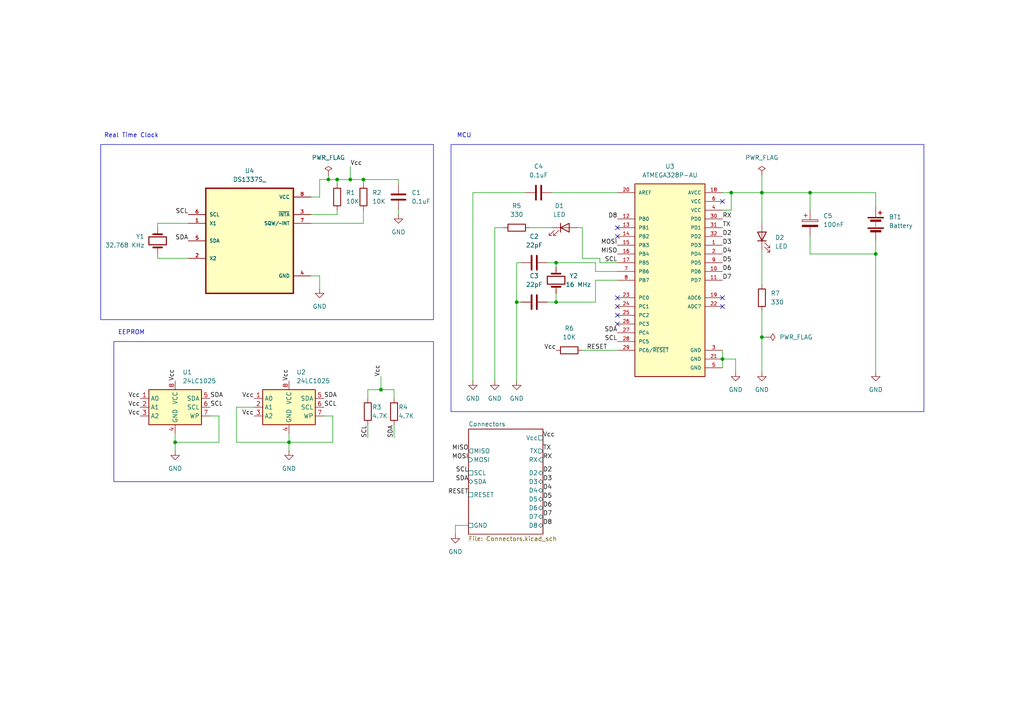
<source format=kicad_sch>
(kicad_sch (version 20250114) (generator "eeschema") (generator_version "9.0")
  (paper "A4")
  (title_block (title "MCU Datalogger with 512K EEPROM and Clock") (date "2025-07-04") (rev "1") (company "University of Notre Dame | Udemy") (comment 1 "Made by Andres Perez"))
  (lib_symbols
    (symbol "ATMEGA328P-AU:ATMEGA328P-AU" (pin_names (offset 1.016))
      (property "Reference" "U3" (at 0 33.02 0))
      (property "Value" "ATMEGA328P-AU" (at 0 30.48 0))
      (symbol "ATMEGA328P-AU_0_0"
        (rectangle (start -10.16 27.94) (end 10.16 -27.94) (stroke (width 0.254)) (fill (type background)))
        (pin input line (at -15.24 25.4 0) (length 5.08) (name "AREF") (number "20"))
        (pin bidirectional line (at -15.24 17.78 0) (length 5.08) (name "PB0") (number "12"))
        (pin bidirectional line (at -15.24 15.24 0) (length 5.08) (name "PB1") (number "13"))
        (pin bidirectional line (at -15.24 12.7 0) (length 5.08) (name "PB2") (number "14"))
        (pin bidirectional line (at -15.24 10.16 0) (length 5.08) (name "PB3") (number "15"))
        (pin bidirectional line (at -15.24 7.62 0) (length 5.08) (name "PB4") (number "16"))
        (pin bidirectional line (at -15.24 5.08 0) (length 5.08) (name "PB5") (number "17"))
        (pin bidirectional line (at -15.24 2.54 0) (length 5.08) (name "PB6") (number "7"))
        (pin bidirectional line (at -15.24 0 0) (length 5.08) (name "PB7") (number "8"))
        (pin bidirectional line (at -15.24 -5.08 0) (length 5.08) (name "PC0") (number "23"))
        (pin bidirectional line (at -15.24 -7.62 0) (length 5.08) (name "PC1") (number "24"))
        (pin bidirectional line (at -15.24 -10.16 0) (length 5.08) (name "PC2") (number "25"))
        (pin bidirectional line (at -15.24 -12.7 0) (length 5.08) (name "PC3") (number "26"))
        (pin bidirectional line (at -15.24 -15.24 0) (length 5.08) (name "PC4") (number "27"))
        (pin bidirectional line (at -15.24 -17.78 0) (length 5.08) (name "PC5") (number "28"))
        (pin bidirectional line (at -15.24 -20.32 0) (length 5.08) (name "PC6/~{RESET}") (number "29"))
        (pin power_in line (at 15.24 25.4 180) (length 5.08) (name "AVCC") (number "18"))
        (pin power_in line (at 15.24 22.86 180) (length 5.08) (name "VCC") (number "6"))
        (pin power_in line (at 15.24 20.32 180) (length 5.08) (name "VCC") (number "4"))
        (pin bidirectional line (at 15.24 17.78 180) (length 5.08) (name "PD0") (number "30"))
        (pin bidirectional line (at 15.24 15.24 180) (length 5.08) (name "PD1") (number "31"))
        (pin bidirectional line (at 15.24 12.7 180) (length 5.08) (name "PD2") (number "32"))
        (pin bidirectional line (at 15.24 10.16 180) (length 5.08) (name "PD3") (number "1"))
        (pin bidirectional line (at 15.24 7.62 180) (length 5.08) (name "PD4") (number "2"))
        (pin bidirectional line (at 15.24 5.08 180) (length 5.08) (name "PD5") (number "9"))
        (pin bidirectional line (at 15.24 2.54 180) (length 5.08) (name "PD6") (number "10"))
        (pin bidirectional line (at 15.24 0 180) (length 5.08) (name "PD7") (number "11"))
        (pin bidirectional line (at 15.24 -5.08 180) (length 5.08) (name "ADC6") (number "19"))
        (pin bidirectional line (at 15.24 -7.62 180) (length 5.08) (name "ADC7") (number "22"))
        (pin power_in line (at 15.24 -20.32 180) (length 5.08) (name "GND") (number "3"))
        (pin power_in line (at 15.24 -22.86 180) (length 5.08) (name "GND") (number "21"))
        (pin power_in line (at 15.24 -25.4 180) (length 5.08) (name "GND") (number "5"))
      )
    )
    (symbol "DS1337S_:DS1337S_" (pin_names (offset 1.016))
      (property "Reference" "U" (at -12.7 16.24 0))
      (property "Value" "DS1337S_" (at -12.7 -19.24 0))
      (symbol "DS1337S__0_0"
        (rectangle (start -12.7 -15.24) (end 12.7 15.24) (stroke (width 0.41)) (fill (type background)))
        (pin input line (at -17.78 7.62 0) (length 5.08) (name "SCL") (number "6"))
        (pin input line (at -17.78 5.08 0) (length 5.08) (name "X1") (number "1"))
        (pin bidirectional line (at -17.78 0 0) (length 5.08) (name "SDA") (number "5"))
        (pin bidirectional line (at -17.78 -5.08 0) (length 5.08) (name "X2") (number "2"))
        (pin power_in line (at 17.78 12.7 180) (length 5.08) (name "VCC") (number "8"))
        (pin output line (at 17.78 7.62 180) (length 5.08) (name "~{INTA}") (number "3"))
        (pin output line (at 17.78 5.08 180) (length 5.08) (name "SQW/~INT") (number "7"))
        (pin power_in line (at 17.78 -10.16 180) (length 5.08) (name "GND") (number "4"))
      )
    )
    (symbol "Device:Battery" (pin_numbers (hide yes)) (pin_names (offset 0) (hide yes))
      (property "Reference" "BT" (at 2.54 2.54 0))
      (property "Value" "Battery" (at 2.54 0 0))
      (symbol "Battery_0_1"
        (rectangle (start -2.286 1.778) (end 2.286 1.524) (fill (type outline)))
        (rectangle (start -2.286 -1.27) (end 2.286 -1.524) (fill (type outline)))
        (rectangle (start -1.524 1.016) (end 1.524 0.508) (fill (type outline)))
        (rectangle (start -1.524 -2.032) (end 1.524 -2.54) (fill (type outline)))
        (polyline (pts (xy 0 1.778) (xy 0 2.54)))
        (polyline (pts (xy 0 0) (xy 0 0.254)))
        (polyline (pts (xy 0 -0.508) (xy 0 -0.254)))
        (polyline (pts (xy 0 -1.016) (xy 0 -0.762)))
        (polyline (pts (xy 0.762 3.048) (xy 1.778 3.048)) (stroke (width 0.254)))
        (polyline (pts (xy 1.27 3.556) (xy 1.27 2.54)) (stroke (width 0.254)))
      )
      (symbol "Battery_1_1"
        (pin passive line (at 0 5.08 270) (length 2.54) (name "+") (number "1"))
        (pin passive line (at 0 -5.08 90) (length 2.54) (name "-") (number "2"))
      )
    )
    (symbol "Device:C" (pin_numbers (hide yes)) (pin_names (offset 0.254))
      (property "Reference" "C" (at 0.635 2.54 0))
      (property "Value" "C" (at 0.635 -2.54 0))
      (symbol "C_0_1"
        (polyline (pts (xy -2.032 0.762) (xy 2.032 0.762)) (stroke (width 0.508)))
        (polyline (pts (xy -2.032 -0.762) (xy 2.032 -0.762)) (stroke (width 0.508)))
      )
      (symbol "C_1_1"
        (pin passive line (at 0 3.81 270) (length 2.794) (name "~") (number "1"))
        (pin passive line (at 0 -3.81 90) (length 2.794) (name "~") (number "2"))
      )
    )
    (symbol "Device:C_Polarized" (pin_numbers (hide yes)) (pin_names (offset 0.254))
      (property "Reference" "C" (at 0.635 2.54 0))
      (property "Value" "C_Polarized" (at 0.635 -2.54 0))
      (symbol "C_Polarized_0_1"
        (rectangle (start -2.286 0.508) (end 2.286 1.016))
        (polyline (pts (xy -1.778 2.286) (xy -0.762 2.286)))
        (polyline (pts (xy -1.27 2.794) (xy -1.27 1.778)))
        (rectangle (start 2.286 -0.508) (end -2.286 -1.016) (fill (type outline)))
      )
      (symbol "C_Polarized_1_1"
        (pin passive line (at 0 3.81 270) (length 2.794) (name "~") (number "1"))
        (pin passive line (at 0 -3.81 90) (length 2.794) (name "~") (number "2"))
      )
    )
    (symbol "Device:Crystal" (pin_numbers (hide yes)) (pin_names (offset 1.016) (hide yes))
      (property "Reference" "Y" (at 0 3.81 0))
      (property "Value" "Crystal" (at 0 -3.81 0))
      (symbol "Crystal_0_1"
        (polyline (pts (xy -2.54 0) (xy -1.905 0)))
        (polyline (pts (xy -1.905 -1.27) (xy -1.905 1.27)) (stroke (width 0.508)))
        (rectangle (start -1.143 2.54) (end 1.143 -2.54) (stroke (width 0.3048)))
        (polyline (pts (xy 1.905 -1.27) (xy 1.905 1.27)) (stroke (width 0.508)))
        (polyline (pts (xy 2.54 0) (xy 1.905 0)))
      )
      (symbol "Crystal_1_1"
        (pin passive line (at -3.81 0 0) (length 1.27) (name "1") (number "1"))
        (pin passive line (at 3.81 0 180) (length 1.27) (name "2") (number "2"))
      )
    )
    (symbol "Device:LED" (pin_numbers (hide yes)) (pin_names (offset 1.016) (hide yes))
      (property "Reference" "D" (at 0 2.54 0))
      (property "Value" "LED" (at 0 -2.54 0))
      (symbol "LED_0_1"
        (polyline (pts (xy -3.048 -0.762) (xy -4.572 -2.286) (xy -3.81 -2.286) (xy -4.572 -2.286) (xy -4.572 -1.524)))
        (polyline (pts (xy -1.778 -0.762) (xy -3.302 -2.286) (xy -2.54 -2.286) (xy -3.302 -2.286) (xy -3.302 -1.524)))
        (polyline (pts (xy -1.27 0) (xy 1.27 0)))
        (polyline (pts (xy -1.27 -1.27) (xy -1.27 1.27)) (stroke (width 0.254)))
        (polyline (pts (xy 1.27 -1.27) (xy 1.27 1.27) (xy -1.27 0) (xy 1.27 -1.27)) (stroke (width 0.254)))
      )
      (symbol "LED_1_1"
        (pin passive line (at -3.81 0 0) (length 2.54) (name "K") (number "1"))
        (pin passive line (at 3.81 0 180) (length 2.54) (name "A") (number "2"))
      )
    )
    (symbol "Device:R" (pin_numbers (hide yes)) (pin_names (offset 0))
      (property "Reference" "R" (at 2.032 0 90))
      (property "Value" "R" (at 0 0 90))
      (symbol "R_0_1"
        (rectangle (start -1.016 -2.54) (end 1.016 2.54) (stroke (width 0.254)))
      )
      (symbol "R_1_1"
        (pin passive line (at 0 3.81 270) (length 1.27) (name "~") (number "1"))
        (pin passive line (at 0 -3.81 90) (length 1.27) (name "~") (number "2"))
      )
    )
    (symbol "Memory_EEPROM:24LC1025"
      (property "Reference" "U" (at -6.35 6.35 0))
      (property "Value" "24LC1025" (at 1.27 6.35 0))
      (symbol "24LC1025_1_1"
        (rectangle (start -7.62 5.08) (end 7.62 -5.08) (stroke (width 0.254)) (fill (type background)))
        (pin input line (at -10.16 2.54 0) (length 2.54) (name "A0") (number "1"))
        (pin input line (at -10.16 0 0) (length 2.54) (name "A1") (number "2"))
        (pin input line (at -10.16 -2.54 0) (length 2.54) (name "A2") (number "3"))
        (pin power_in line (at 0 7.62 270) (length 2.54) (name "VCC") (number "8"))
        (pin power_in line (at 0 -7.62 90) (length 2.54) (name "GND") (number "4"))
        (pin bidirectional line (at 10.16 2.54 180) (length 2.54) (name "SDA") (number "5"))
        (pin input line (at 10.16 0 180) (length 2.54) (name "SCL") (number "6"))
        (pin input line (at 10.16 -2.54 180) (length 2.54) (name "WP") (number "7"))
      )
    )
    (symbol "power:GND" (power) (pin_numbers (hide yes)) (pin_names (offset 0) (hide yes))
      (property "Value" "GND" (at 0 -3.81 0))
      (symbol "GND_0_1"
        (polyline (pts (xy 0 0) (xy 0 -1.27) (xy 1.27 -1.27) (xy 0 -2.54) (xy -1.27 -1.27) (xy 0 -1.27)))
      )
      (symbol "GND_1_1"
        (pin power_in line (at 0 0 270) (length 0) (name "~") (number "1"))
      )
    )
    (symbol "power:PWR_FLAG" (power) (pin_numbers (hide yes)) (pin_names (offset 0) (hide yes))
      (property "Value" "PWR_FLAG" (at 0 3.81 0))
      (symbol "PWR_FLAG_0_0"
        (pin power_out line (at 0 0 90) (length 0) (name "~") (number "1"))
      )
      (symbol "PWR_FLAG_0_1"
        (polyline (pts (xy 0 0) (xy 0 1.27) (xy -1.016 1.905) (xy 0 2.54) (xy 1.016 1.905) (xy 0 1.27)))
      )
    )
  )
  (rectangle (start 33.02 99.06) (end 125.73 139.7))
  (rectangle (start 130.81 41.91) (end 267.97 119.38))
  (rectangle (start 29.21 41.91) (end 125.73 92.71))
  (text "MCU\n" (at 134.62 39.37 0) (effects (font (size 1.27 1.27))))
  (text "EEPROM" (at 38.1 96.52 0) (effects (font (size 1.27 1.27))))
  (text "Real Time Clock\n" (at 38.1 39.37 0) (effects (font (size 1.27 1.27))))
  (junction (at 161.29 87.63))
  (junction (at 105.41 52.07))
  (junction (at 220.98 55.88))
  (junction (at 209.55 104.14))
  (junction (at 83.82 128.27))
  (junction (at 234.95 55.88))
  (junction (at 161.29 76.2))
  (junction (at 220.98 97.79))
  (junction (at 50.8 128.27))
  (junction (at 97.79 52.07))
  (junction (at 254 73.66))
  (junction (at 212.09 55.88))
  (junction (at 110.49 113.03))
  (junction (at 95.25 52.07))
  (junction (at 101.6 52.07))
  (junction (at 149.86 87.63))
  (no_connect (at 179.07 93.98))
  (no_connect (at 179.07 68.58))
  (no_connect (at 209.55 86.36))
  (no_connect (at 209.55 88.9))
  (no_connect (at 179.07 66.04))
  (no_connect (at 179.07 86.36))
  (no_connect (at 179.07 88.9))
  (no_connect (at 209.55 58.42))
  (no_connect (at 179.07 91.44))
  (wire (pts (xy 220.98 90.17) (xy 220.98 97.79)))
  (wire (pts (xy 105.41 52.07) (xy 105.41 53.34)))
  (wire (pts (xy 115.57 62.23) (xy 115.57 60.96)))
  (wire (pts (xy 168.91 66.04) (xy 168.91 74.93)))
  (wire (pts (xy 132.08 152.4) (xy 132.08 154.94)))
  (wire (pts (xy 209.55 60.96) (xy 212.09 60.96)))
  (wire (pts (xy 161.29 76.2) (xy 161.29 77.47)))
  (wire (pts (xy 153.67 66.04) (xy 160.02 66.04)))
  (wire (pts (xy 63.5 128.27) (xy 50.8 128.27)))
  (wire (pts (xy 234.95 68.58) (xy 234.95 73.66)))
  (wire (pts (xy 63.5 120.65) (xy 63.5 128.27)))
  (wire (pts (xy 68.58 118.11) (xy 73.66 118.11)))
  (wire (pts (xy 54.61 64.77) (xy 45.72 64.77)))
  (wire (pts (xy 158.75 76.2) (xy 161.29 76.2)))
  (wire (pts (xy 95.25 50.8) (xy 95.25 52.07)))
  (wire (pts (xy 114.3 113.03) (xy 114.3 115.57)))
  (wire (pts (xy 96.52 120.65) (xy 96.52 128.27)))
  (wire (pts (xy 149.86 87.63) (xy 151.13 87.63)))
  (wire (pts (xy 105.41 64.77) (xy 105.41 60.96)))
  (wire (pts (xy 179.07 81.28) (xy 172.72 81.28)))
  (wire (pts (xy 173.99 74.93) (xy 173.99 76.2)))
  (wire (pts (xy 151.13 76.2) (xy 149.86 76.2)))
  (wire (pts (xy 83.82 128.27) (xy 83.82 130.81)))
  (wire (pts (xy 92.71 57.15) (xy 92.71 52.07)))
  (wire (pts (xy 45.72 74.93) (xy 54.61 74.93)))
  (wire (pts (xy 115.57 52.07) (xy 115.57 53.34)))
  (wire (pts (xy 161.29 87.63) (xy 161.29 85.09)))
  (wire (pts (xy 137.16 110.49) (xy 137.16 55.88)))
  (wire (pts (xy 209.55 101.6) (xy 209.55 104.14)))
  (wire (pts (xy 254 59.69) (xy 254 55.88)))
  (wire (pts (xy 161.29 87.63) (xy 172.72 87.63)))
  (wire (pts (xy 90.17 57.15) (xy 92.71 57.15)))
  (wire (pts (xy 149.86 76.2) (xy 149.86 87.63)))
  (wire (pts (xy 168.91 101.6) (xy 179.07 101.6)))
  (wire (pts (xy 143.51 66.04) (xy 146.05 66.04)))
  (wire (pts (xy 179.07 78.74) (xy 172.72 78.74)))
  (wire (pts (xy 234.95 55.88) (xy 234.95 60.96)))
  (wire (pts (xy 220.98 50.8) (xy 220.98 55.88)))
  (wire (pts (xy 160.02 55.88) (xy 179.07 55.88)))
  (wire (pts (xy 213.36 107.95) (xy 213.36 104.14)))
  (wire (pts (xy 45.72 73.66) (xy 45.72 74.93)))
  (wire (pts (xy 220.98 107.95) (xy 220.98 97.79)))
  (wire (pts (xy 97.79 60.96) (xy 97.79 62.23)))
  (wire (pts (xy 254 107.95) (xy 254 73.66)))
  (wire (pts (xy 95.25 52.07) (xy 97.79 52.07)))
  (wire (pts (xy 92.71 52.07) (xy 95.25 52.07)))
  (wire (pts (xy 212.09 55.88) (xy 209.55 55.88)))
  (wire (pts (xy 222.25 97.79) (xy 220.98 97.79)))
  (wire (pts (xy 209.55 104.14) (xy 209.55 106.68)))
  (wire (pts (xy 161.29 76.2) (xy 172.72 76.2)))
  (wire (pts (xy 234.95 55.88) (xy 220.98 55.88)))
  (wire (pts (xy 149.86 87.63) (xy 149.86 110.49)))
  (wire (pts (xy 106.68 115.57) (xy 106.68 113.03)))
  (wire (pts (xy 93.98 120.65) (xy 96.52 120.65)))
  (wire (pts (xy 101.6 52.07) (xy 105.41 52.07)))
  (wire (pts (xy 167.64 66.04) (xy 168.91 66.04)))
  (wire (pts (xy 50.8 128.27) (xy 50.8 125.73)))
  (wire (pts (xy 158.75 87.63) (xy 161.29 87.63)))
  (wire (pts (xy 97.79 52.07) (xy 101.6 52.07)))
  (wire (pts (xy 106.68 127) (xy 106.68 123.19)))
  (wire (pts (xy 60.96 120.65) (xy 63.5 120.65)))
  (wire (pts (xy 110.49 109.22) (xy 110.49 113.03)))
  (wire (pts (xy 254 73.66) (xy 254 69.85)))
  (wire (pts (xy 213.36 104.14) (xy 209.55 104.14)))
  (wire (pts (xy 90.17 62.23) (xy 97.79 62.23)))
  (wire (pts (xy 114.3 123.19) (xy 114.3 127)))
  (wire (pts (xy 234.95 73.66) (xy 254 73.66)))
  (wire (pts (xy 83.82 125.73) (xy 83.82 128.27)))
  (wire (pts (xy 135.89 152.4) (xy 132.08 152.4)))
  (wire (pts (xy 220.98 82.55) (xy 220.98 72.39)))
  (wire (pts (xy 137.16 55.88) (xy 152.4 55.88)))
  (wire (pts (xy 83.82 128.27) (xy 68.58 128.27)))
  (wire (pts (xy 106.68 113.03) (xy 110.49 113.03)))
  (wire (pts (xy 92.71 83.82) (xy 92.71 80.01)))
  (wire (pts (xy 92.71 80.01) (xy 90.17 80.01)))
  (wire (pts (xy 45.72 64.77) (xy 45.72 66.04)))
  (wire (pts (xy 172.72 81.28) (xy 172.72 87.63)))
  (wire (pts (xy 168.91 74.93) (xy 173.99 74.93)))
  (wire (pts (xy 220.98 55.88) (xy 220.98 64.77)))
  (wire (pts (xy 254 55.88) (xy 234.95 55.88)))
  (wire (pts (xy 97.79 53.34) (xy 97.79 52.07)))
  (wire (pts (xy 220.98 55.88) (xy 212.09 55.88)))
  (wire (pts (xy 143.51 110.49) (xy 143.51 66.04)))
  (wire (pts (xy 96.52 128.27) (xy 83.82 128.27)))
  (wire (pts (xy 105.41 52.07) (xy 115.57 52.07)))
  (wire (pts (xy 68.58 128.27) (xy 68.58 118.11)))
  (wire (pts (xy 212.09 60.96) (xy 212.09 55.88)))
  (wire (pts (xy 173.99 76.2) (xy 179.07 76.2)))
  (wire (pts (xy 101.6 48.26) (xy 101.6 52.07)))
  (wire (pts (xy 90.17 64.77) (xy 105.41 64.77)))
  (wire (pts (xy 110.49 113.03) (xy 114.3 113.03)))
  (wire (pts (xy 172.72 78.74) (xy 172.72 76.2)))
  (wire (pts (xy 50.8 130.81) (xy 50.8 128.27)))
  (label "RESET" (at 170.18 101.6 0))
  (label "Vcc" (at 101.6 48.26 0))
  (label "D7" (at 157.48 149.86 0))
  (label "D6" (at 157.48 147.32 0))
  (label "Vcc" (at 73.66 120.65 180))
  (label "D5" (at 157.48 144.78 0))
  (label "RESET" (at 135.89 143.51 180))
  (label "MISO" (at 135.89 130.81 180))
  (label "SCL" (at 179.07 99.06 180))
  (label "SCL" (at 60.96 118.11 0))
  (label "SDA" (at 60.96 115.57 0))
  (label "MOSI" (at 135.89 133.35 180))
  (label "D6" (at 209.55 78.74 0))
  (label "Vcc" (at 157.48 127 0))
  (label "Vcc" (at 83.82 110.49 90))
  (label "SCL" (at 135.89 137.16 180))
  (label "SDA" (at 93.98 115.57 0))
  (label "Vcc" (at 40.64 115.57 180))
  (label "Vcc" (at 40.64 120.65 180))
  (label "D2" (at 157.48 137.16 0))
  (label "SCL" (at 93.98 118.11 0))
  (label "RX" (at 157.48 133.35 0))
  (label "SCL" (at 106.68 127 90))
  (label "RX" (at 209.55 63.5 0))
  (label "D3" (at 157.48 139.7 0))
  (label "D7" (at 209.55 81.28 0))
  (label "TX" (at 209.55 66.04 0))
  (label "TX" (at 157.48 130.81 0))
  (label "SDA" (at 54.61 69.85 180))
  (label "SCL" (at 54.61 62.23 180))
  (label "D5" (at 209.55 76.2 0))
  (label "D4" (at 209.55 73.66 0))
  (label "D2" (at 209.55 68.58 0))
  (label "Vcc" (at 40.64 118.11 180))
  (label "D8" (at 179.07 63.5 180))
  (label "Vcc" (at 161.29 101.6 180))
  (label "SCL" (at 179.07 76.2 180))
  (label "MOSI" (at 179.07 71.12 180))
  (label "D4" (at 157.48 142.24 0))
  (label "SDA" (at 114.3 127 90))
  (label "Vcc" (at 73.66 115.57 180))
  (label "D8" (at 157.48 152.4 0))
  (label "MISO" (at 179.07 73.66 180))
  (label "Vcc" (at 50.8 110.49 90))
  (label "D3" (at 209.55 71.12 0))
  (label "SDA" (at 179.07 96.52 180))
  (label "SDA" (at 135.89 139.7 180))
  (label "Vcc" (at 110.49 109.22 90))
  (symbol (lib_id "power:PWR_FLAG") (at 222.25 97.79 270) (unit 1)
    (property "Reference" "#FLG02" (effects (hide yes)))
    (property "Value" "PWR_FLAG" (at 226.06 97.7899 90) (effects (justify left)))
    (property "Description" "Special symbol for telling ERC where power comes from" (effects (hide yes)))
  )
  (symbol (lib_id "ATMEGA328P-AU:ATMEGA328P-AU") (at 194.31 81.28 0) (unit 1)
    (property "Reference" "U3" (at 194.31 48.26 0))
    (property "Value" "ATMEGA328P-AU" (at 194.31 50.8 0))
    (property "Footprint" "ATMEGA328P-AU:QFP80P900X900X120-32N" (effects (hide yes)))
    (property "MF" "Microchip" (effects (hide yes)))
    (property "MAXIMUM_PACKAGE_HEIGHT" "1.20mm" (effects (hide yes)))
    (property "Package" "TQFP-32 Microchip" (effects (hide yes)))
    (property "Price" "None" (effects (hide yes)))
    (property "Check_prices" "https://www.snapeda.com/parts/ATMEGA328P-AU/Microchip/view-part/?ref=eda" (effects (hide yes)))
    (property "STANDARD" "IPC-7351B" (effects (hide yes)))
    (property "PARTREV" "8271A" (effects (hide yes)))
    (property "SnapEDA_Link" "https://www.snapeda.com/parts/ATMEGA328P-AU/Microchip/view-part/?ref=snap" (effects (hide yes)))
    (property "MP" "ATMEGA328P-AU" (effects (hide yes)))
    (property "Description_1" "AVR AVR® ATmega Microcontroller IC 8-Bit 20MHz 32KB (16K x 16) FLASH 32-TQFP (7x7)" (effects (hide yes)))
    (property "Availability" "In Stock" (effects (hide yes)))
    (property "MANUFACTURER" "Microchip" (effects (hide yes)))
  )
  (symbol (lib_id "power:GND") (at 50.8 130.81 0) (unit 1)
    (property "Reference" "#PWR01" (effects (hide yes)))
    (property "Value" "GND" (at 50.8 135.89 0))
    (property "Description" "Power symbol creates a global label with name \"GND\" , ground" (effects (hide yes)))
  )
  (symbol (lib_id "Device:LED") (at 163.83 66.04 0) (unit 1)
    (property "Reference" "D1" (at 162.2425 59.69 0))
    (property "Value" "LED" (at 162.2425 62.23 0))
    (property "Footprint" "LED_SMD:LED_0805_2012Metric" (effects (hide yes)))
    (property "Description" "Light emitting diode" (effects (hide yes)))
    (property "Sim.Pins" "1=K 2=A" (effects (hide yes)))
  )
  (symbol (lib_id "power:GND") (at 92.71 83.82 0) (unit 1)
    (property "Reference" "#PWR03" (effects (hide yes)))
    (property "Value" "GND" (at 92.71 88.9 0))
    (property "Description" "Power symbol creates a global label with name \"GND\" , ground" (effects (hide yes)))
  )
  (symbol (lib_id "Device:Crystal") (at 45.72 69.85 90) (unit 1)
    (property "Reference" "Y1" (at 39.37 68.58 90) (effects (justify right)))
    (property "Value" "32.768 KHz" (at 30.48 71.12 90) (effects (justify right)))
    (property "Footprint" "Crystal:Crystal_SMD_5032-2Pin_5.0x3.2mm_HandSoldering" (effects (hide yes)))
    (property "Description" "Two pin crystal" (effects (hide yes)))
  )
  (symbol (lib_id "power:GND") (at 149.86 110.49 0) (unit 1)
    (property "Reference" "#PWR08" (effects (hide yes)))
    (property "Value" "GND" (at 149.86 115.57 0))
    (property "Description" "Power symbol creates a global label with name \"GND\" , ground" (effects (hide yes)))
  )
  (symbol (lib_id "power:GND") (at 83.82 130.81 0) (unit 1)
    (property "Reference" "#PWR02" (effects (hide yes)))
    (property "Value" "GND" (at 83.82 135.89 0))
    (property "Description" "Power symbol creates a global label with name \"GND\" , ground" (effects (hide yes)))
  )
  (symbol (lib_id "Device:R") (at 106.68 119.38 0) (unit 1)
    (property "Reference" "R3" (at 107.95 118.11 0) (effects (justify left)))
    (property "Value" "4.7K" (at 107.95 120.65 0) (effects (justify left)))
    (property "Footprint" "Resistor_SMD:R_0805_2012Metric" (effects (hide yes)))
    (property "Description" "Resistor" (effects (hide yes)))
  )
  (symbol (lib_id "power:GND") (at 220.98 107.95 0) (unit 1)
    (property "Reference" "#PWR06" (effects (hide yes)))
    (property "Value" "GND" (at 220.98 113.03 0))
    (property "Description" "Power symbol creates a global label with name \"GND\" , ground" (effects (hide yes)))
  )
  (symbol (lib_id "Device:C") (at 115.57 57.15 0) (unit 1)
    (property "Reference" "C1" (at 119.38 55.8799 0) (effects (justify left)))
    (property "Value" "0.1uF" (at 119.38 58.4199 0) (effects (justify left)))
    (property "Footprint" "Capacitor_SMD:C_0805_2012Metric" (effects (hide yes)))
    (property "Description" "Unpolarized capacitor" (effects (hide yes)))
  )
  (symbol (lib_id "power:GND") (at 254 107.95 0) (unit 1)
    (property "Reference" "#PWR07" (effects (hide yes)))
    (property "Value" "GND" (at 254 113.03 0))
    (property "Description" "Power symbol creates a global label with name \"GND\" , ground" (effects (hide yes)))
  )
  (symbol (lib_id "Device:R") (at 114.3 119.38 0) (unit 1)
    (property "Reference" "R4" (at 115.57 118.11 0) (effects (justify left)))
    (property "Value" "4.7K" (at 115.57 120.65 0) (effects (justify left)))
    (property "Footprint" "Resistor_SMD:R_0805_2012Metric" (effects (hide yes)))
    (property "Description" "Resistor" (effects (hide yes)))
  )
  (symbol (lib_id "Device:C") (at 154.94 76.2 90) (unit 1)
    (property "Reference" "C2" (at 154.94 68.58 90))
    (property "Value" "22pF" (at 154.94 71.12 90))
    (property "Footprint" "Capacitor_SMD:C_0805_2012Metric" (effects (hide yes)))
    (property "Description" "Unpolarized capacitor" (effects (hide yes)))
  )
  (symbol (lib_id "DS1337S_:DS1337S_") (at 72.39 69.85 0) (unit 1)
    (property "Reference" "U4" (at 72.39 49.53 0))
    (property "Value" "DS1337S_" (at 72.39 52.07 0))
    (property "Footprint" "DS1337S_:SOIC127P600X175-8N" (effects (hide yes)))
    (property "MF" "Analog Devices" (effects (hide yes)))
    (property "Description_1" "I²C Serial Real-Time Clock" (effects (hide yes)))
    (property "Package" "SOIC-8 Maxim" (effects (hide yes)))
    (property "Price" "None" (effects (hide yes)))
    (property "SnapEDA_Link" "https://www.snapeda.com/parts/DS1337S+/Analog+Devices/view-part/?ref=snap" (effects (hide yes)))
    (property "MP" "DS1337S+" (effects (hide yes)))
    (property "Availability" "In Stock" (effects (hide yes)))
    (property "Check_prices" "https://www.snapeda.com/parts/DS1337S+/Analog+Devices/view-part/?ref=eda" (effects (hide yes)))
  )
  (symbol (lib_id "power:GND") (at 137.16 110.49 0) (unit 1)
    (property "Reference" "#PWR010" (effects (hide yes)))
    (property "Value" "GND" (at 137.16 115.57 0))
    (property "Description" "Power symbol creates a global label with name \"GND\" , ground" (effects (hide yes)))
  )
  (symbol (lib_id "Memory_EEPROM:24LC1025") (at 50.8 118.11 0) (unit 1)
    (property "Reference" "U1" (at 52.9433 107.95 0) (effects (justify left)))
    (property "Value" "24LC1025" (at 52.9433 110.49 0) (effects (justify left)))
    (property "Footprint" "Package_SO:SOIC-8_5.3x5.3mm_P1.27mm" (effects (hide yes)))
    (property "Datasheet" "http://ww1.microchip.com/downloads/en/DeviceDoc/21941B.pdf" (effects (hide yes)))
    (property "Description" "I2C Serial EEPROM, 1024Kb, DIP-8/SOIC-8/TSSOP-8/DFN-8" (effects (hide yes)))
  )
  (symbol (lib_id "Device:R") (at 220.98 86.36 0) (unit 1)
    (property "Reference" "R7" (at 223.52 85.0899 0) (effects (justify left)))
    (property "Value" "330" (at 223.52 87.6299 0) (effects (justify left)))
    (property "Footprint" "Resistor_SMD:R_0805_2012Metric" (effects (hide yes)))
    (property "Description" "Resistor" (effects (hide yes)))
  )
  (symbol (lib_id "Device:R") (at 105.41 57.15 0) (unit 1)
    (property "Reference" "R2" (at 107.95 55.8799 0) (effects (justify left)))
    (property "Value" "10K" (at 107.95 58.4199 0) (effects (justify left)))
    (property "Footprint" "Resistor_SMD:R_0805_2012Metric" (effects (hide yes)))
    (property "Description" "Resistor" (effects (hide yes)))
  )
  (symbol (lib_id "Memory_EEPROM:24LC1025") (at 83.82 118.11 0) (unit 1)
    (property "Reference" "U2" (at 85.9633 107.95 0) (effects (justify left)))
    (property "Value" "24LC1025" (at 85.9633 110.49 0) (effects (justify left)))
    (property "Footprint" "Package_SO:SOIC-8_5.3x5.3mm_P1.27mm" (effects (hide yes)))
    (property "Datasheet" "http://ww1.microchip.com/downloads/en/DeviceDoc/21941B.pdf" (effects (hide yes)))
    (property "Description" "I2C Serial EEPROM, 1024Kb, DIP-8/SOIC-8/TSSOP-8/DFN-8" (effects (hide yes)))
  )
  (symbol (lib_id "Device:C") (at 156.21 55.88 270) (unit 1)
    (property "Reference" "C4" (at 156.21 48.26 90))
    (property "Value" "0.1uF" (at 156.21 50.8 90))
    (property "Footprint" "Capacitor_SMD:C_0805_2012Metric" (effects (hide yes)))
    (property "Description" "Unpolarized capacitor" (effects (hide yes)))
  )
  (symbol (lib_id "Device:Crystal") (at 161.29 81.28 270) (unit 1)
    (property "Reference" "Y2" (at 167.64 80.01 90) (effects (justify right)))
    (property "Value" "16 MHz" (at 171.45 82.55 90) (effects (justify right)))
    (property "Footprint" "Crystal:Crystal_SMD_5032-2Pin_5.0x3.2mm_HandSoldering" (effects (hide yes)))
    (property "Description" "Two pin crystal" (effects (hide yes)))
  )
  (symbol (lib_id "Device:R") (at 97.79 57.15 0) (unit 1)
    (property "Reference" "R1" (at 100.33 55.8799 0) (effects (justify left)))
    (property "Value" "10K" (at 100.33 58.4199 0) (effects (justify left)))
    (property "Footprint" "Resistor_SMD:R_0805_2012Metric" (effects (hide yes)))
    (property "Description" "Resistor" (effects (hide yes)))
  )
  (symbol (lib_id "power:GND") (at 143.51 110.49 0) (unit 1)
    (property "Reference" "#PWR09" (effects (hide yes)))
    (property "Value" "GND" (at 143.51 115.57 0))
    (property "Description" "Power symbol creates a global label with name \"GND\" , ground" (effects (hide yes)))
  )
  (symbol (lib_id "Device:Battery") (at 254 64.77 0) (unit 1)
    (property "Reference" "BT1" (at 257.81 62.9284 0) (effects (justify left)))
    (property "Value" "Battery" (at 257.81 65.4684 0) (effects (justify left)))
    (property "Footprint" "Connector_PinHeader_2.54mm:PinHeader_1x02_P2.54mm_Vertical" (effects (hide yes)))
    (property "Description" "Multiple-cell battery" (effects (hide yes)))
  )
  (symbol (lib_id "power:GND") (at 132.08 154.94 0) (unit 1)
    (property "Reference" "#PWR011" (effects (hide yes)))
    (property "Value" "GND" (at 132.08 160.02 0))
    (property "Description" "Power symbol creates a global label with name \"GND\" , ground" (effects (hide yes)))
  )
  (symbol (lib_id "Device:R") (at 165.1 101.6 270) (unit 1)
    (property "Reference" "R6" (at 165.1 95.25 90))
    (property "Value" "10K" (at 165.1 97.79 90))
    (property "Footprint" "Resistor_SMD:R_0805_2012Metric" (effects (hide yes)))
    (property "Description" "Resistor" (effects (hide yes)))
  )
  (symbol (lib_id "power:PWR_FLAG") (at 220.98 50.8 0) (unit 1)
    (property "Reference" "#FLG01" (effects (hide yes)))
    (property "Value" "PWR_FLAG" (at 220.98 45.72 0))
    (property "Description" "Special symbol for telling ERC where power comes from" (effects (hide yes)))
  )
  (symbol (lib_id "Device:R") (at 149.86 66.04 90) (unit 1)
    (property "Reference" "R5" (at 149.86 59.69 90))
    (property "Value" "330" (at 149.86 62.23 90))
    (property "Footprint" "Resistor_SMD:R_0805_2012Metric" (effects (hide yes)))
    (property "Description" "Resistor" (effects (hide yes)))
  )
  (symbol (lib_id "power:GND") (at 213.36 107.95 0) (unit 1)
    (property "Reference" "#PWR05" (effects (hide yes)))
    (property "Value" "GND" (at 213.36 113.03 0))
    (property "Description" "Power symbol creates a global label with name \"GND\" , ground" (effects (hide yes)))
  )
  (symbol (lib_id "power:GND") (at 115.57 62.23 0) (unit 1)
    (property "Reference" "#PWR04" (effects (hide yes)))
    (property "Value" "GND" (at 115.57 67.31 0))
    (property "Description" "Power symbol creates a global label with name \"GND\" , ground" (effects (hide yes)))
  )
  (symbol (lib_id "Device:LED") (at 220.98 68.58 90) (unit 1)
    (property "Reference" "D2" (at 224.79 68.8974 90) (effects (justify right)))
    (property "Value" "LED" (at 224.79 71.4374 90) (effects (justify right)))
    (property "Footprint" "LED_SMD:LED_0805_2012Metric" (effects (hide yes)))
    (property "Description" "Light emitting diode" (effects (hide yes)))
    (property "Sim.Pins" "1=K 2=A" (effects (hide yes)))
  )
  (symbol (lib_id "Device:C") (at 154.94 87.63 270) (unit 1)
    (property "Reference" "C3" (at 154.94 80.01 90))
    (property "Value" "22pF" (at 154.94 82.55 90))
    (property "Footprint" "Capacitor_SMD:C_0805_2012Metric" (effects (hide yes)))
    (property "Description" "Unpolarized capacitor" (effects (hide yes)))
  )
  (symbol (lib_id "power:PWR_FLAG") (at 95.25 50.8 0) (unit 1)
    (property "Reference" "#FLG03" (effects (hide yes)))
    (property "Value" "PWR_FLAG" (at 95.25 45.72 0))
    (property "Description" "Special symbol for telling ERC where power comes from" (effects (hide yes)))
  )
  (symbol (lib_id "Device:C_Polarized") (at 234.95 64.77 0) (unit 1)
    (property "Reference" "C5" (at 238.76 62.6109 0) (effects (justify left)))
    (property "Value" "100nF" (at 238.76 65.1509 0) (effects (justify left)))
    (property "Footprint" "Capacitor_SMD:C_0805_2012Metric" (effects (hide yes)))
    (property "Description" "Polarized capacitor" (effects (hide yes)))
  )
  (sheet (at 135.89 124.46) (size 21.59 30.48) (stroke (width 0.1524))
    (property "Sheetname" "Connectors" (at 135.89 123.7484 0) (effects (justify left bottom)))
    (property "Sheetfile" "Connectors.kicad_sch" (at 135.89 155.5246 0) (effects (justify left top)))
    (pin "SDA" bidirectional (at 135.89 139.7 180))
    (pin "RX" input (at 157.48 133.35 0))
    (pin "Vcc" passive (at 157.48 127 0))
    (pin "GND" passive (at 135.89 152.4 180))
    (pin "TX" output (at 157.48 130.81 0))
    (pin "D3" bidirectional (at 157.48 139.7 0))
    (pin "D5" bidirectional (at 157.48 144.78 0))
    (pin "D4" bidirectional (at 157.48 142.24 0))
    (pin "D6" bidirectional (at 157.48 147.32 0))
    (pin "D2" bidirectional (at 157.48 137.16 0))
    (pin "D7" bidirectional (at 157.48 149.86 0))
    (pin "D8" bidirectional (at 157.48 152.4 0))
    (pin "MISO" output (at 135.89 130.81 180))
    (pin "MOSI" input (at 135.89 133.35 180))
    (pin "RESET" passive (at 135.89 143.51 180))
    (pin "SCL" passive (at 135.89 137.16 180))
  )
)
</source>
